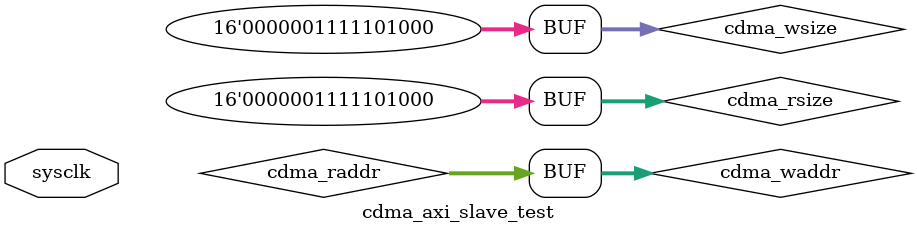
<source format=v>

`timescale 1ns / 1ps 
module cdma_axi_slave_test(
  input sysclk
);

wire [31:0]   cdma_raddr;
reg           cdma_rareq;
wire          cdma_rbusy;
wire [31:0]   cdma_rdata;
wire [15:0]   cdma_rsize;
wire          cdma_rvalid;
wire [31:0]   cdma_waddr;
reg           cdma_wareq;
wire          cdma_wbusy;
wire [31:0]   cdma_wdata;
wire [15:0]   cdma_wsize;
reg           cdma_wvalid;
wire          cdma_wready;
wire          ui_clk;

reg [10:0]    cdma_wvalid_delay_cnt;

parameter TEST_MEM_SIZE   = 32'd20000; //in byte
parameter cdma_BURST_LEN  = 16'd1000; // TEST_MEM_SIZE / (cdma_BURST_LEN*4) = 5 is integer
// parameter ADDR_MEM_OFFSET = 0; 
parameter ADDR_MEM_OFFSET = 32'h0000_0000; 
parameter ADDR_INC = cdma_BURST_LEN*4;
 
parameter WRITE1 = 0;
parameter WRITE2 = 1;
parameter WAIT   = 2;
parameter READ1  = 3;
parameter READ2  = 4;

reg [31: 0] t_data;
reg [31: 0] cdma_waddr_r;
reg [2  :0] T_S = 0;

assign cdma_waddr = cdma_waddr_r + ADDR_MEM_OFFSET;
assign cdma_raddr = cdma_waddr;

assign cdma_wsize = cdma_BURST_LEN;
assign cdma_rsize = cdma_BURST_LEN;
assign cdma_wdata =t_data; 
  
  
//delay reset
reg [8:0] rst_cnt = 0;
always @(posedge ui_clk)
    if(rst_cnt[8] == 1'b0)
         rst_cnt <= rst_cnt + 1'b1;
     else 
         rst_cnt <= rst_cnt;

always @(posedge ui_clk)begin
    if(rst_cnt[8] == 1'b0)begin
        T_S <=0;   
        cdma_wareq  <= 1'b0; 
        cdma_rareq  <= 1'b0; 
        t_data<=0;
        cdma_waddr_r <= 0;
        cdma_wvalid <= 0;
        cdma_wvalid_delay_cnt <= 0;       
    end 
    else begin
        case(T_S)      
        WRITE1:begin
            cdma_wvalid_delay_cnt <=0;

            if(cdma_waddr_r==TEST_MEM_SIZE) cdma_waddr_r<=0; 
            
            if(!cdma_wbusy)begin
                cdma_wareq  <= 1'b1; 
                t_data  <= 0;
            end

            if(cdma_wareq&&cdma_wbusy)begin
                cdma_wareq  <= 1'b0; 
                T_S         <= WRITE2;
            end
        end
        WRITE2:begin
            if(!cdma_wbusy) begin
                 T_S <= WAIT;
                 t_data  <= 32'd0;
            end 
            else if(!cdma_wvalid)begin
                cdma_wvalid_delay_cnt <= cdma_wvalid_delay_cnt+1;
                if(cdma_wvalid_delay_cnt == 1)
                    cdma_wvalid <= 1;
            end
            else if(cdma_wvalid&&cdma_wready) begin
                t_data <= t_data + 1'b1;
            end
        end
        WAIT:begin//not needed
            T_S <= READ1;
            cdma_wvalid <= 0;
        end
        READ1:begin
            if(!cdma_rbusy)begin
                cdma_rareq  <= 1'b1; 
                t_data   <= 0;
            end
            if(cdma_rareq&&cdma_rbusy)begin
                 cdma_rareq  <= 1'b0; 
                 T_S         <= READ2;
            end 
        end
        READ2:begin
            if(!cdma_rbusy) begin
                 T_S <= WRITE1;
                 t_data  <= 32'd0;
                 cdma_waddr_r  <= cdma_waddr_r + ADDR_INC;//128/8=16
            end 
            else if(cdma_rvalid) begin
                t_data <= t_data + 1'b1;
            end
        end   
        default:
            T_S <= WRITE1;     
        endcase
    end
  end
  
wire test_error = (cdma_rvalid && (t_data[15:0] != cdma_rdata[15:0]));

  system system_i
       (.cDMA_S_i_cdma_raddr(cdma_raddr),
        .cDMA_S_i_cdma_raddr_vld(cdma_rareq),
        .cDMA_S_o_cdma_rbusy(cdma_rbusy),
        .cDMA_S_o_cdma_rdata(cdma_rdata),
        .cDMA_S_i_cdma_rready(1'b1),
        .cDMA_S_i_cdma_rsize(cdma_rsize),
        .cDMA_S_o_cdma_rvalid(cdma_rvalid),
        .cDMA_S_i_cdma_waddr(cdma_waddr),
        .cDMA_S_i_cdma_waddr_vld(cdma_wareq),
        .cDMA_S_o_cdma_wbusy(cdma_wbusy),
        .cDMA_S_i_cdma_wdata(cdma_wdata),
        .cDMA_S_o_cdma_wready(cdma_wready),
        .cDMA_S_i_cdma_wsize(cdma_wsize),
        .cDMA_S_i_cdma_wvalid(cdma_wvalid),
        .sysclk(sysclk),
        .ui_clk(ui_clk)
        );        

endmodule

</source>
